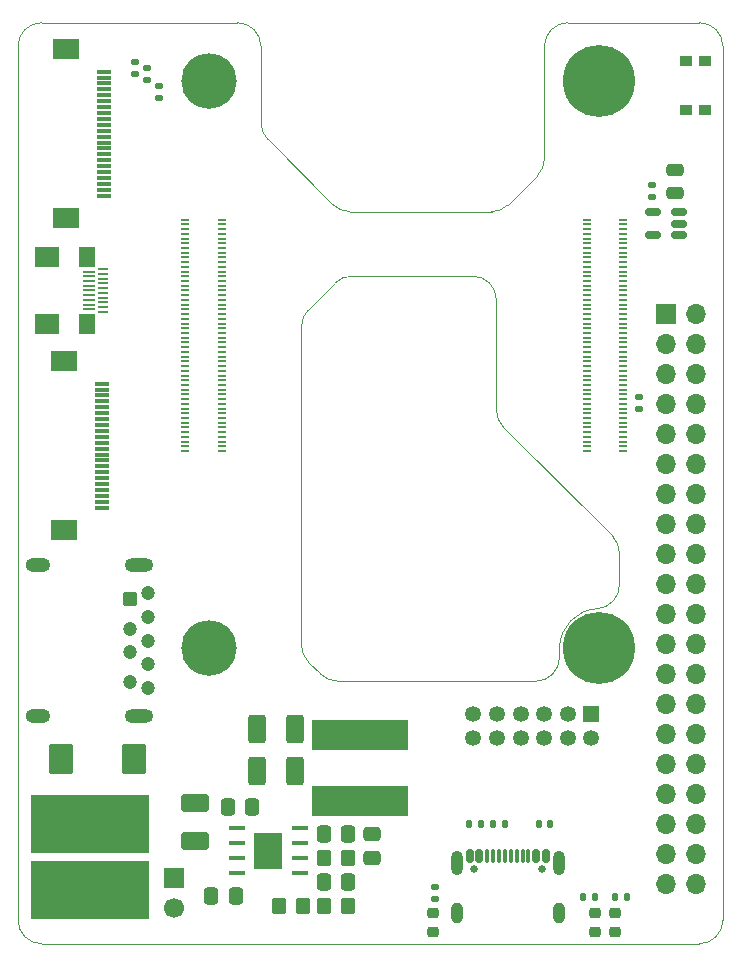
<source format=gbr>
G04 #@! TF.GenerationSoftware,KiCad,Pcbnew,9.0.3*
G04 #@! TF.CreationDate,2026-01-22T19:59:57+01:00*
G04 #@! TF.ProjectId,CM5IO,434d3549-4f2e-46b6-9963-61645f706362,rev?*
G04 #@! TF.SameCoordinates,Original*
G04 #@! TF.FileFunction,Soldermask,Top*
G04 #@! TF.FilePolarity,Negative*
%FSLAX46Y46*%
G04 Gerber Fmt 4.6, Leading zero omitted, Abs format (unit mm)*
G04 Created by KiCad (PCBNEW 9.0.3) date 2026-01-22 19:59:57*
%MOMM*%
%LPD*%
G01*
G04 APERTURE LIST*
G04 Aperture macros list*
%AMRoundRect*
0 Rectangle with rounded corners*
0 $1 Rounding radius*
0 $2 $3 $4 $5 $6 $7 $8 $9 X,Y pos of 4 corners*
0 Add a 4 corners polygon primitive as box body*
4,1,4,$2,$3,$4,$5,$6,$7,$8,$9,$2,$3,0*
0 Add four circle primitives for the rounded corners*
1,1,$1+$1,$2,$3*
1,1,$1+$1,$4,$5*
1,1,$1+$1,$6,$7*
1,1,$1+$1,$8,$9*
0 Add four rect primitives between the rounded corners*
20,1,$1+$1,$2,$3,$4,$5,0*
20,1,$1+$1,$4,$5,$6,$7,0*
20,1,$1+$1,$6,$7,$8,$9,0*
20,1,$1+$1,$8,$9,$2,$3,0*%
G04 Aperture macros list end*
%ADD10C,6.100000*%
%ADD11C,4.700000*%
%ADD12R,0.700000X0.200000*%
%ADD13RoundRect,0.250000X0.475000X-0.250000X0.475000X0.250000X-0.475000X0.250000X-0.475000X-0.250000X0*%
%ADD14R,1.300000X0.300000*%
%ADD15R,2.200000X1.800000*%
%ADD16R,1.700000X1.700000*%
%ADD17O,1.700000X1.700000*%
%ADD18C,0.650000*%
%ADD19RoundRect,0.150000X-0.150000X-0.425000X0.150000X-0.425000X0.150000X0.425000X-0.150000X0.425000X0*%
%ADD20RoundRect,0.075000X-0.075000X-0.500000X0.075000X-0.500000X0.075000X0.500000X-0.075000X0.500000X0*%
%ADD21O,1.000000X2.100000*%
%ADD22O,1.000000X1.800000*%
%ADD23R,0.838200X0.228600*%
%ADD24R,0.990600X0.228600*%
%ADD25R,1.371600X1.803400*%
%ADD26R,2.006600X1.701800*%
%ADD27RoundRect,0.135000X-0.185000X0.135000X-0.185000X-0.135000X0.185000X-0.135000X0.185000X0.135000X0*%
%ADD28RoundRect,0.135000X0.185000X-0.135000X0.185000X0.135000X-0.185000X0.135000X-0.185000X-0.135000X0*%
%ADD29RoundRect,0.135000X-0.135000X-0.185000X0.135000X-0.185000X0.135000X0.185000X-0.135000X0.185000X0*%
%ADD30RoundRect,0.250000X-0.337500X-0.475000X0.337500X-0.475000X0.337500X0.475000X-0.337500X0.475000X0*%
%ADD31RoundRect,0.250000X-0.350000X0.350000X-0.350000X-0.350000X0.350000X-0.350000X0.350000X0.350000X0*%
%ADD32C,1.200000*%
%ADD33O,2.400000X1.200000*%
%ADD34O,2.100000X1.200000*%
%ADD35RoundRect,0.250000X0.787500X1.025000X-0.787500X1.025000X-0.787500X-1.025000X0.787500X-1.025000X0*%
%ADD36RoundRect,0.218750X-0.256250X0.218750X-0.256250X-0.218750X0.256250X-0.218750X0.256250X0.218750X0*%
%ADD37R,8.200000X2.600000*%
%ADD38R,10.000000X5.000000*%
%ADD39RoundRect,0.140000X-0.140000X-0.170000X0.140000X-0.170000X0.140000X0.170000X-0.140000X0.170000X0*%
%ADD40RoundRect,0.250000X0.337500X0.475000X-0.337500X0.475000X-0.337500X-0.475000X0.337500X-0.475000X0*%
%ADD41RoundRect,0.250000X0.350000X0.450000X-0.350000X0.450000X-0.350000X-0.450000X0.350000X-0.450000X0*%
%ADD42RoundRect,0.250000X-0.350000X-0.450000X0.350000X-0.450000X0.350000X0.450000X-0.350000X0.450000X0*%
%ADD43RoundRect,0.250001X0.507499X0.944999X-0.507499X0.944999X-0.507499X-0.944999X0.507499X-0.944999X0*%
%ADD44RoundRect,0.250001X0.944999X-0.507499X0.944999X0.507499X-0.944999X0.507499X-0.944999X-0.507499X0*%
%ADD45RoundRect,0.140000X0.140000X0.170000X-0.140000X0.170000X-0.140000X-0.170000X0.140000X-0.170000X0*%
%ADD46R,1.350000X1.350000*%
%ADD47C,1.350000*%
%ADD48R,1.000000X0.900000*%
%ADD49RoundRect,0.250000X0.475000X-0.337500X0.475000X0.337500X-0.475000X0.337500X-0.475000X-0.337500X0*%
%ADD50RoundRect,0.150000X0.512500X0.150000X-0.512500X0.150000X-0.512500X-0.150000X0.512500X-0.150000X0*%
%ADD51R,1.422400X0.457200*%
%ADD52R,2.413000X3.048000*%
%ADD53C,1.700000*%
%ADD54RoundRect,0.135000X0.135000X0.185000X-0.135000X0.185000X-0.135000X-0.185000X0.135000X-0.185000X0*%
%ADD55R,3.000000X3.000000*%
%ADD56C,3.000000*%
G04 #@! TA.AperFunction,Profile*
%ADD57C,0.050000*%
G04 #@! TD*
G04 APERTURE END LIST*
D10*
X195500000Y-73500000D03*
X195500000Y-121500000D03*
D11*
X162500000Y-121500000D03*
X162500000Y-73500000D03*
D12*
X197540000Y-104800000D03*
X194460000Y-104800000D03*
X197540000Y-104400000D03*
X194460000Y-104400000D03*
X197540000Y-104000000D03*
X194460000Y-104000000D03*
X197540000Y-103600000D03*
X194460000Y-103600000D03*
X197540000Y-103200000D03*
X194460000Y-103200000D03*
X197540000Y-102800000D03*
X194460000Y-102800000D03*
X197540000Y-102400000D03*
X194460000Y-102400000D03*
X197540000Y-102000000D03*
X194460000Y-102000000D03*
X197540000Y-101600000D03*
X194460000Y-101600000D03*
X197540000Y-101200000D03*
X194460000Y-101200000D03*
X197540000Y-100800000D03*
X194460000Y-100800000D03*
X197540000Y-100400000D03*
X194460000Y-100400000D03*
X197540000Y-100000000D03*
X194460000Y-100000000D03*
X197540000Y-99600000D03*
X194460000Y-99600000D03*
X197540000Y-99200000D03*
X194460000Y-99200000D03*
X197540000Y-98800000D03*
X194460000Y-98800000D03*
X197540000Y-98400000D03*
X194460000Y-98400000D03*
X197540000Y-98000000D03*
X194460000Y-98000000D03*
X197540000Y-97600000D03*
X194460000Y-97600000D03*
X197540000Y-97200000D03*
X194460000Y-97200000D03*
X197540000Y-96800000D03*
X194460000Y-96800000D03*
X197540000Y-96400000D03*
X194460000Y-96400000D03*
X197540000Y-96000000D03*
X194460000Y-96000000D03*
X197540000Y-95600000D03*
X194460000Y-95600000D03*
X197540000Y-95200000D03*
X194460000Y-95200000D03*
X197540000Y-94800000D03*
X194460000Y-94800000D03*
X197540000Y-94400000D03*
X194460000Y-94400000D03*
X197540000Y-94000000D03*
X194460000Y-94000000D03*
X197540000Y-93600000D03*
X194460000Y-93600000D03*
X197540000Y-93200000D03*
X194460000Y-93200000D03*
X197540000Y-92800000D03*
X194460000Y-92800000D03*
X197540000Y-92400000D03*
X194460000Y-92400000D03*
X197540000Y-92000000D03*
X194460000Y-92000000D03*
X197540000Y-91600000D03*
X194460000Y-91600000D03*
X197540000Y-91200000D03*
X194460000Y-91200000D03*
X197540000Y-90800000D03*
X194460000Y-90800000D03*
X197540000Y-90400000D03*
X194460000Y-90400000D03*
X197540000Y-90000000D03*
X194460000Y-90000000D03*
X197540000Y-89600000D03*
X194460000Y-89600000D03*
X197540000Y-89200000D03*
X194460000Y-89200000D03*
X197540000Y-88800000D03*
X194460000Y-88800000D03*
X197540000Y-88400000D03*
X194460000Y-88400000D03*
X197540000Y-88000000D03*
X194460000Y-88000000D03*
X197540000Y-87600000D03*
X194460000Y-87600000D03*
X197540000Y-87200000D03*
X194460000Y-87200000D03*
X197540000Y-86800000D03*
X194460000Y-86800000D03*
X197540000Y-86400000D03*
X194460000Y-86400000D03*
X197540000Y-86000000D03*
X194460000Y-86000000D03*
X197540000Y-85600000D03*
X194460000Y-85600000D03*
X197540000Y-85200000D03*
X194460000Y-85200000D03*
X163540000Y-104800000D03*
X160460000Y-104800000D03*
X163540000Y-104400000D03*
X160460000Y-104400000D03*
X163540000Y-104000000D03*
X160460000Y-104000000D03*
X163540000Y-103600000D03*
X160460000Y-103600000D03*
X163540000Y-103200000D03*
X160460000Y-103200000D03*
X163540000Y-102800000D03*
X160460000Y-102800000D03*
X163540000Y-102400000D03*
X160460000Y-102400000D03*
X163540000Y-102000000D03*
X160460000Y-102000000D03*
X163540000Y-101600000D03*
X160460000Y-101600000D03*
X163540000Y-101200000D03*
X160460000Y-101200000D03*
X163540000Y-100800000D03*
X160460000Y-100800000D03*
X163540000Y-100400000D03*
X160460000Y-100400000D03*
X163540000Y-100000000D03*
X160460000Y-100000000D03*
X163540000Y-99600000D03*
X160460000Y-99600000D03*
X163540000Y-99200000D03*
X160460000Y-99200000D03*
X163540000Y-98800000D03*
X160460000Y-98800000D03*
X163540000Y-98400000D03*
X160460000Y-98400000D03*
X163540000Y-98000000D03*
X160460000Y-98000000D03*
X163540000Y-97600000D03*
X160460000Y-97600000D03*
X163540000Y-97200000D03*
X160460000Y-97200000D03*
X163540000Y-96800000D03*
X160460000Y-96800000D03*
X163540000Y-96400000D03*
X160460000Y-96400000D03*
X163540000Y-96000000D03*
X160460000Y-96000000D03*
X163540000Y-95600000D03*
X160460000Y-95600000D03*
X163540000Y-95200000D03*
X160460000Y-95200000D03*
X163540000Y-94800000D03*
X160460000Y-94800000D03*
X163540000Y-94400000D03*
X160460000Y-94400000D03*
X163540000Y-94000000D03*
X160460000Y-94000000D03*
X163540000Y-93600000D03*
X160460000Y-93600000D03*
X163540000Y-93200000D03*
X160460000Y-93200000D03*
X163540000Y-92800000D03*
X160460000Y-92800000D03*
X163540000Y-92400000D03*
X160460000Y-92400000D03*
X163540000Y-92000000D03*
X160460000Y-92000000D03*
X163540000Y-91600000D03*
X160460000Y-91600000D03*
X163540000Y-91200000D03*
X160460000Y-91200000D03*
X163540000Y-90800000D03*
X160460000Y-90800000D03*
X163540000Y-90400000D03*
X160460000Y-90400000D03*
X163540000Y-90000000D03*
X160460000Y-90000000D03*
X163540000Y-89600000D03*
X160460000Y-89600000D03*
X163540000Y-89200000D03*
X160460000Y-89200000D03*
X163540000Y-88800000D03*
X160460000Y-88800000D03*
X163540000Y-88400000D03*
X160460000Y-88400000D03*
X163540000Y-88000000D03*
X160460000Y-88000000D03*
X163540000Y-87600000D03*
X160460000Y-87600000D03*
X163540000Y-87200000D03*
X160460000Y-87200000D03*
X163540000Y-86800000D03*
X160460000Y-86800000D03*
X163540000Y-86400000D03*
X160460000Y-86400000D03*
X163540000Y-86000000D03*
X160460000Y-86000000D03*
X163540000Y-85600000D03*
X160460000Y-85600000D03*
X163540000Y-85200000D03*
X160460000Y-85200000D03*
D13*
X201912000Y-82936000D03*
X201912000Y-81036000D03*
D14*
X153404000Y-109588000D03*
X153404000Y-109088000D03*
X153404000Y-108588000D03*
X153404000Y-108088000D03*
X153404000Y-107588000D03*
X153404000Y-107088000D03*
X153404000Y-106588000D03*
X153404000Y-106088000D03*
X153404000Y-105588000D03*
X153404000Y-105088000D03*
X153404000Y-104588000D03*
X153404000Y-104088000D03*
X153404000Y-103588000D03*
X153404000Y-103088000D03*
X153404000Y-102588000D03*
X153404000Y-102088000D03*
X153404000Y-101588000D03*
X153404000Y-101088000D03*
X153404000Y-100588000D03*
X153404000Y-100088000D03*
X153404000Y-99588000D03*
X153404000Y-99088000D03*
D15*
X150154000Y-97188000D03*
X150154000Y-111488000D03*
D14*
X153600000Y-83172000D03*
X153600000Y-82672000D03*
X153600000Y-82172000D03*
X153600000Y-81672000D03*
X153600000Y-81172000D03*
X153600000Y-80672000D03*
X153600000Y-80172000D03*
X153600000Y-79672000D03*
X153600000Y-79172000D03*
X153600000Y-78672000D03*
X153600000Y-78172000D03*
X153600000Y-77672000D03*
X153600000Y-77172000D03*
X153600000Y-76672000D03*
X153600000Y-76172000D03*
X153600000Y-75672000D03*
X153600000Y-75172000D03*
X153600000Y-74672000D03*
X153600000Y-74172000D03*
X153600000Y-73672000D03*
X153600000Y-73172000D03*
X153600000Y-72672000D03*
D15*
X150350000Y-70772000D03*
X150350000Y-85072000D03*
D16*
X201150000Y-93162000D03*
D17*
X203690000Y-93162000D03*
X201150000Y-95702000D03*
X203690000Y-95702000D03*
X201150000Y-98242000D03*
X203690000Y-98242000D03*
X201150000Y-100782000D03*
X203690000Y-100782000D03*
X201150000Y-103322000D03*
X203690000Y-103322000D03*
X201150000Y-105862000D03*
X203690000Y-105862000D03*
X201150000Y-108402000D03*
X203690000Y-108402000D03*
X201150000Y-110942000D03*
X203690000Y-110942000D03*
X201150000Y-113482000D03*
X203690000Y-113482000D03*
X201150000Y-116022000D03*
X203690000Y-116022000D03*
X201150000Y-118562000D03*
X203690000Y-118562000D03*
X201150000Y-121102000D03*
X203690000Y-121102000D03*
X201150000Y-123642000D03*
X203690000Y-123642000D03*
X201150000Y-126182000D03*
X203690000Y-126182000D03*
X201150000Y-128722000D03*
X203690000Y-128722000D03*
X201150000Y-131262000D03*
X203690000Y-131262000D03*
X201150000Y-133802000D03*
X203690000Y-133802000D03*
X201150000Y-136342000D03*
X203690000Y-136342000D03*
X201150000Y-138882000D03*
X203690000Y-138882000D03*
X201150000Y-141422000D03*
X203690000Y-141422000D03*
D18*
X184871000Y-140188000D03*
X190651000Y-140188000D03*
D19*
X184561000Y-139113000D03*
X185361000Y-139113000D03*
D20*
X186511000Y-139113000D03*
X187511000Y-139113000D03*
X188011000Y-139113000D03*
X189011000Y-139113000D03*
D19*
X190161000Y-139113000D03*
X190961000Y-139113000D03*
X190961000Y-139113000D03*
X190161000Y-139113000D03*
D20*
X189511000Y-139113000D03*
X188511000Y-139113000D03*
X187011000Y-139113000D03*
X186011000Y-139113000D03*
D19*
X185361000Y-139113000D03*
X184561000Y-139113000D03*
D21*
X183441000Y-139688000D03*
D22*
X183441000Y-143868000D03*
D21*
X192081000Y-139688000D03*
D22*
X192081000Y-143868000D03*
D23*
X153517499Y-92994499D03*
D24*
X152292498Y-92794499D03*
D23*
X153517499Y-92594500D03*
D24*
X152292498Y-92394500D03*
D23*
X153517499Y-92194501D03*
D24*
X152292498Y-91994501D03*
D23*
X153517499Y-91794499D03*
D24*
X152292498Y-91594499D03*
D23*
X153517499Y-91394500D03*
D24*
X152292498Y-91194500D03*
D23*
X153517499Y-90994500D03*
D24*
X152292498Y-90794501D03*
D23*
X153517499Y-90594501D03*
D24*
X152292498Y-90394499D03*
D23*
X153517499Y-90194499D03*
D24*
X152292498Y-89994500D03*
D23*
X153517499Y-89794500D03*
D24*
X152292498Y-89594501D03*
D23*
X153517499Y-89394501D03*
D25*
X152102498Y-88344498D03*
D26*
X148742500Y-88344498D03*
D25*
X152102498Y-94044502D03*
D26*
X148742500Y-94044502D03*
D27*
X157208000Y-72332000D03*
X157208000Y-73352000D03*
D28*
X156192000Y-72844000D03*
X156192000Y-71824000D03*
D27*
X158224000Y-73856000D03*
X158224000Y-74876000D03*
D29*
X186543000Y-136342000D03*
X187563000Y-136342000D03*
D30*
X164068000Y-134945000D03*
X166143000Y-134945000D03*
D31*
X155762000Y-117348000D03*
D32*
X155762000Y-119848000D03*
X155762000Y-121848000D03*
X155762000Y-124348000D03*
X157262000Y-124848000D03*
X157262000Y-122848000D03*
X157262000Y-120848000D03*
X157262000Y-118848000D03*
X157262000Y-116848000D03*
D33*
X156512000Y-114448000D03*
D34*
X148012000Y-114448000D03*
D33*
X156512000Y-127248000D03*
D34*
X148012000Y-127248000D03*
D35*
X156129500Y-130881000D03*
X149904500Y-130881000D03*
D36*
X181465000Y-143936500D03*
X181465000Y-145511500D03*
D37*
X175265500Y-134443000D03*
X175265500Y-128843000D03*
D38*
X152382000Y-136342000D03*
D39*
X190383000Y-136342000D03*
X191343000Y-136342000D03*
D38*
X152382000Y-141930000D03*
D40*
X164722500Y-142438000D03*
X162647500Y-142438000D03*
X174271000Y-137231000D03*
X172196000Y-137231000D03*
D27*
X198889400Y-100195801D03*
X198889400Y-101215799D03*
D41*
X170423500Y-143327000D03*
X168423500Y-143327000D03*
D42*
X172233500Y-139263000D03*
X174233500Y-139263000D03*
D41*
X174233500Y-143327000D03*
X172233500Y-143327000D03*
D43*
X169781000Y-128341000D03*
X166526000Y-128341000D03*
D40*
X174271000Y-141295000D03*
X172196000Y-141295000D03*
D28*
X181592000Y-142694000D03*
X181592000Y-141674000D03*
D44*
X161295500Y-137842500D03*
X161295500Y-134587500D03*
D45*
X185461000Y-136342000D03*
X184501000Y-136342000D03*
D27*
X200007000Y-82238000D03*
X200007000Y-83258000D03*
D46*
X194847000Y-127087000D03*
D47*
X194847000Y-129087000D03*
X192847000Y-127087000D03*
X192847000Y-129087000D03*
X190847000Y-127087000D03*
X190847000Y-129087000D03*
X188847000Y-127087000D03*
X188847000Y-129087000D03*
X186847000Y-127087000D03*
X186847000Y-129087000D03*
X184847000Y-127087000D03*
X184847000Y-129087000D03*
D48*
X202890000Y-75908000D03*
X202890000Y-71808000D03*
X204490000Y-75908000D03*
X204490000Y-71808000D03*
D43*
X169781000Y-131897000D03*
X166526000Y-131897000D03*
D49*
X176281500Y-139284500D03*
X176281500Y-137209500D03*
D50*
X202287500Y-86492000D03*
X202287500Y-85542000D03*
X202287500Y-84592000D03*
X200012500Y-84592000D03*
X200012500Y-86492000D03*
D36*
X195181000Y-143936500D03*
X195181000Y-145511500D03*
X196832000Y-143936500D03*
X196832000Y-145511500D03*
D51*
X164851500Y-136723000D03*
X164851500Y-137993000D03*
X164851500Y-139263000D03*
X164851500Y-140533000D03*
X170134700Y-140533000D03*
X170134700Y-139263000D03*
X170134700Y-137993000D03*
X170134700Y-136723000D03*
D52*
X167493100Y-138628000D03*
D16*
X159494000Y-140914000D03*
D53*
X159494000Y-143454000D03*
D29*
X196830000Y-142565000D03*
X197850000Y-142565000D03*
D54*
X195183000Y-142565000D03*
X194163000Y-142565000D03*
D55*
X150477000Y-141676000D03*
D56*
X150477000Y-136596000D03*
D57*
X170288978Y-121225633D02*
X170289000Y-94244427D01*
X173340373Y-124277000D02*
G75*
G02*
X171926143Y-123691229I-73J1999900D01*
G01*
X164860000Y-68524000D02*
G75*
G02*
X166860000Y-70524000I0J-2000000D01*
G01*
X170289000Y-94244427D02*
G75*
G02*
X170874773Y-92830199I2000000J27D01*
G01*
X190863000Y-80046323D02*
G75*
G02*
X190277223Y-81460545I-2000100J23D01*
G01*
X174546427Y-89987000D02*
X184799000Y-89987000D01*
X197213000Y-113421427D02*
X197213000Y-116141816D01*
X205976000Y-70524000D02*
X205976000Y-144502000D01*
X174387677Y-84526000D02*
G75*
G02*
X172973455Y-83940223I23J2000100D01*
G01*
X167445787Y-78412537D02*
G75*
G02*
X166859984Y-76998323I1414213J1414237D01*
G01*
X187384787Y-102764787D02*
X196627214Y-112007214D01*
X146286000Y-70524000D02*
G75*
G02*
X148286000Y-68524000I2000000J0D01*
G01*
X187797537Y-83940213D02*
X190277214Y-81460536D01*
X192133000Y-121500001D02*
G75*
G02*
X195370953Y-118135383I3369900J-2699D01*
G01*
X146286000Y-144502000D02*
X146286000Y-70524000D01*
X148286000Y-68524000D02*
X164860000Y-68524000D01*
X148286000Y-146502000D02*
G75*
G02*
X146286000Y-144502000I0J2000000D01*
G01*
X196627214Y-112007214D02*
G75*
G02*
X197213022Y-113421427I-1414314J-1414286D01*
G01*
X197212290Y-116141816D02*
G75*
G02*
X195371779Y-118135421I-1999990J16D01*
G01*
X192133000Y-122277000D02*
G75*
G02*
X190133000Y-124277000I-2000000J0D01*
G01*
X187384787Y-102764787D02*
G75*
G02*
X186798978Y-101350573I1414313J1414287D01*
G01*
X167445787Y-78412537D02*
X172973464Y-83940214D01*
X205976000Y-144502000D02*
G75*
G02*
X203976000Y-146502000I-2000000J0D01*
G01*
X170874786Y-122639846D02*
G75*
G02*
X170288977Y-121225633I1414214J1414246D01*
G01*
X184799000Y-89987000D02*
G75*
G02*
X186799000Y-91987000I0J-2000000D01*
G01*
X166860000Y-70524000D02*
X166860000Y-76998323D01*
X190863000Y-70524000D02*
G75*
G02*
X192863000Y-68524000I2000000J0D01*
G01*
X190133000Y-124277000D02*
X173340373Y-124277000D01*
X203976000Y-68524000D02*
G75*
G02*
X205976000Y-70524000I0J-2000000D01*
G01*
X203976000Y-146502000D02*
X148286000Y-146502000D01*
X190863000Y-80046323D02*
X190863000Y-70524000D01*
X174387677Y-84526000D02*
X186383323Y-84526000D01*
X186799000Y-91987000D02*
X186799000Y-101350573D01*
X171925713Y-123691213D02*
X170874786Y-122640286D01*
X192133000Y-121500001D02*
X192133000Y-122277000D01*
X170874787Y-92830213D02*
X173132214Y-90572786D01*
X192863000Y-68524000D02*
X203976000Y-68524000D01*
X187797537Y-83940213D02*
G75*
G02*
X186383323Y-84526016I-1414237J1414213D01*
G01*
X173132214Y-90572786D02*
G75*
G02*
X174546427Y-89987019I1414186J-1414214D01*
G01*
M02*

</source>
